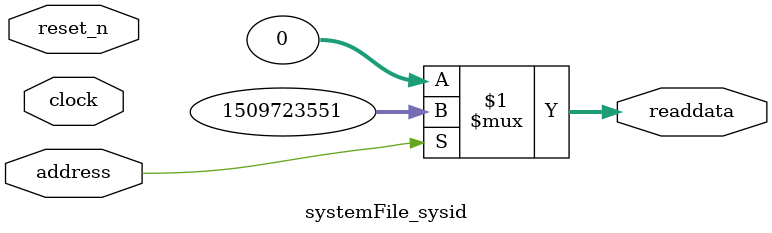
<source format=v>



// synthesis translate_off
`timescale 1ns / 1ps
// synthesis translate_on

// turn off superfluous verilog processor warnings 
// altera message_level Level1 
// altera message_off 10034 10035 10036 10037 10230 10240 10030 

module systemFile_sysid (
               // inputs:
                address,
                clock,
                reset_n,

               // outputs:
                readdata
             )
;

  output  [ 31: 0] readdata;
  input            address;
  input            clock;
  input            reset_n;

  wire    [ 31: 0] readdata;
  //control_slave, which is an e_avalon_slave
  assign readdata = address ? 1509723551 : 0;

endmodule



</source>
